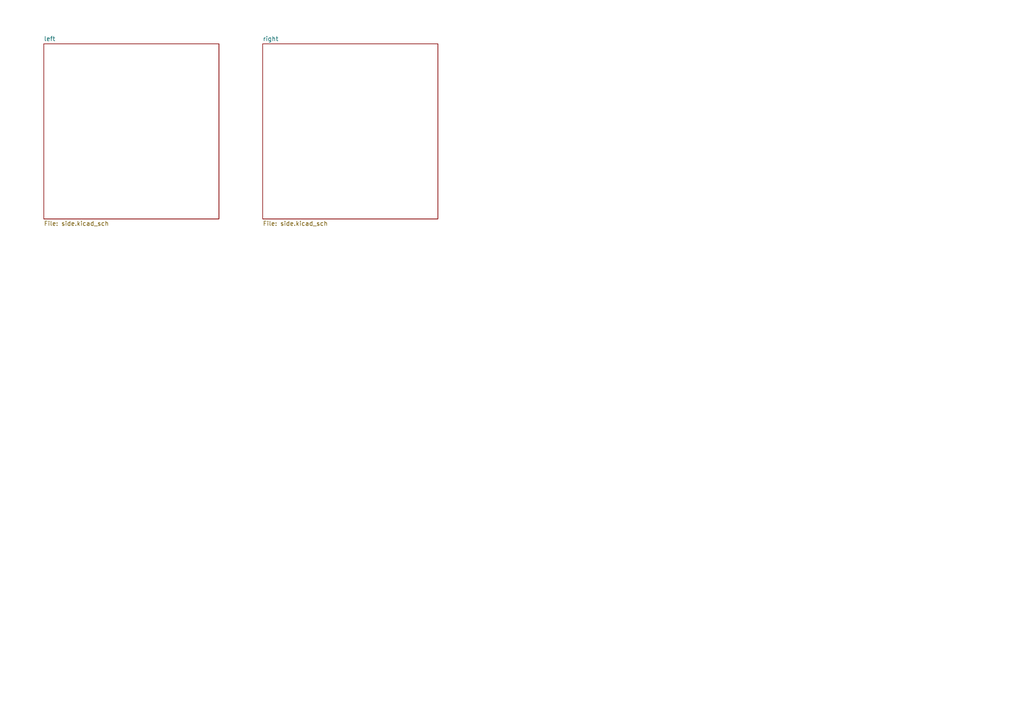
<source format=kicad_sch>
(kicad_sch
	(version 20250114)
	(generator "eeschema")
	(generator_version "9.0")
	(uuid "fac4024f-04d0-49da-b501-a68e9856b84b")
	(paper "A4")
	(lib_symbols)
	(sheet
		(at 12.7 12.7)
		(size 50.8 50.8)
		(exclude_from_sim no)
		(in_bom yes)
		(on_board yes)
		(dnp no)
		(fields_autoplaced yes)
		(stroke
			(width 0.1524)
			(type solid)
		)
		(fill
			(color 0 0 0 0.0000)
		)
		(uuid "17c38d1e-07a9-40f2-ab77-9fb5239703e0")
		(property "Sheetname" "left"
			(at 12.7 11.9884 0)
			(effects
				(font
					(size 1.27 1.27)
				)
				(justify left bottom)
			)
		)
		(property "Sheetfile" "side.kicad_sch"
			(at 12.7 64.0846 0)
			(effects
				(font
					(size 1.27 1.27)
				)
				(justify left top)
			)
		)
		(instances
			(project "heidi-keyboard"
				(path "/fac4024f-04d0-49da-b501-a68e9856b84b"
					(page "2")
				)
			)
		)
	)
	(sheet
		(at 76.2 12.7)
		(size 50.8 50.8)
		(exclude_from_sim no)
		(in_bom yes)
		(on_board yes)
		(dnp no)
		(fields_autoplaced yes)
		(stroke
			(width 0.1524)
			(type solid)
		)
		(fill
			(color 0 0 0 0.0000)
		)
		(uuid "dcba4fa7-9cd7-40f3-b132-b3014bde9adf")
		(property "Sheetname" "right"
			(at 76.2 11.9884 0)
			(effects
				(font
					(size 1.27 1.27)
				)
				(justify left bottom)
			)
		)
		(property "Sheetfile" "side.kicad_sch"
			(at 76.2 64.0846 0)
			(effects
				(font
					(size 1.27 1.27)
				)
				(justify left top)
			)
		)
		(instances
			(project "heidi-keyboard"
				(path "/fac4024f-04d0-49da-b501-a68e9856b84b"
					(page "3")
				)
			)
		)
	)
	(sheet_instances
		(path "/"
			(page "1")
		)
	)
	(embedded_fonts no)
)

</source>
